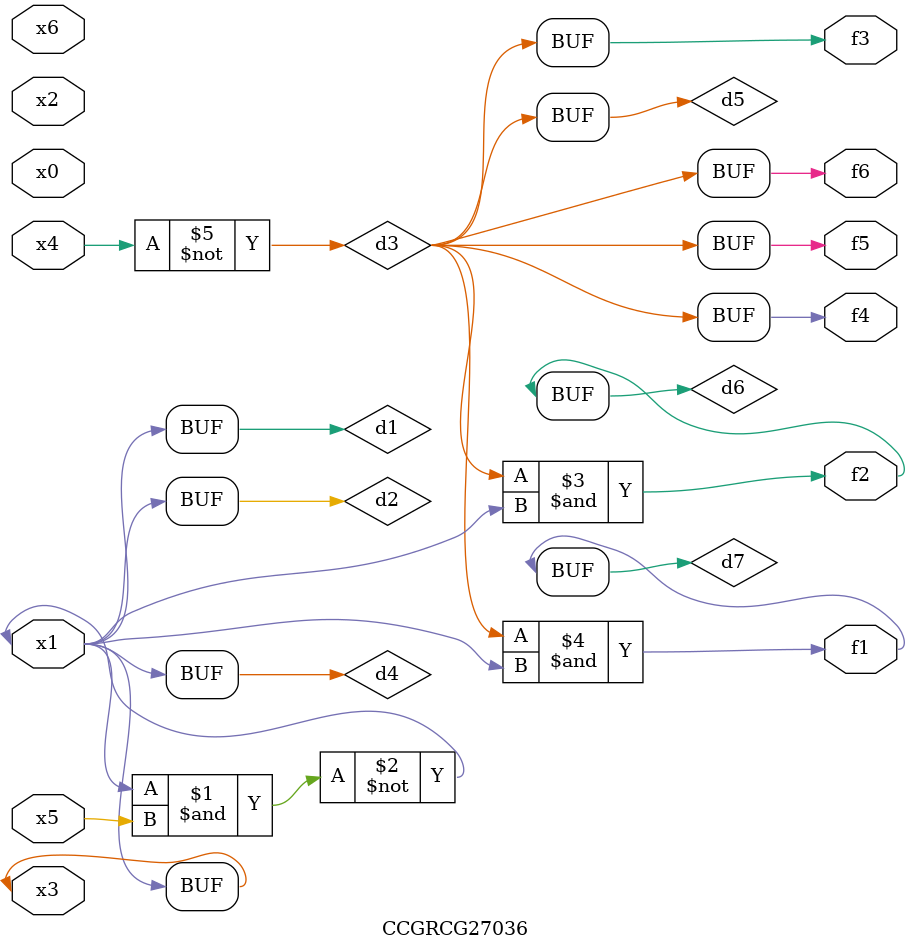
<source format=v>
module CCGRCG27036(
	input x0, x1, x2, x3, x4, x5, x6,
	output f1, f2, f3, f4, f5, f6
);

	wire d1, d2, d3, d4, d5, d6, d7;

	buf (d1, x1, x3);
	nand (d2, x1, x5);
	not (d3, x4);
	buf (d4, d1, d2);
	buf (d5, d3);
	and (d6, d3, d4);
	and (d7, d3, d4);
	assign f1 = d7;
	assign f2 = d6;
	assign f3 = d5;
	assign f4 = d5;
	assign f5 = d5;
	assign f6 = d5;
endmodule

</source>
